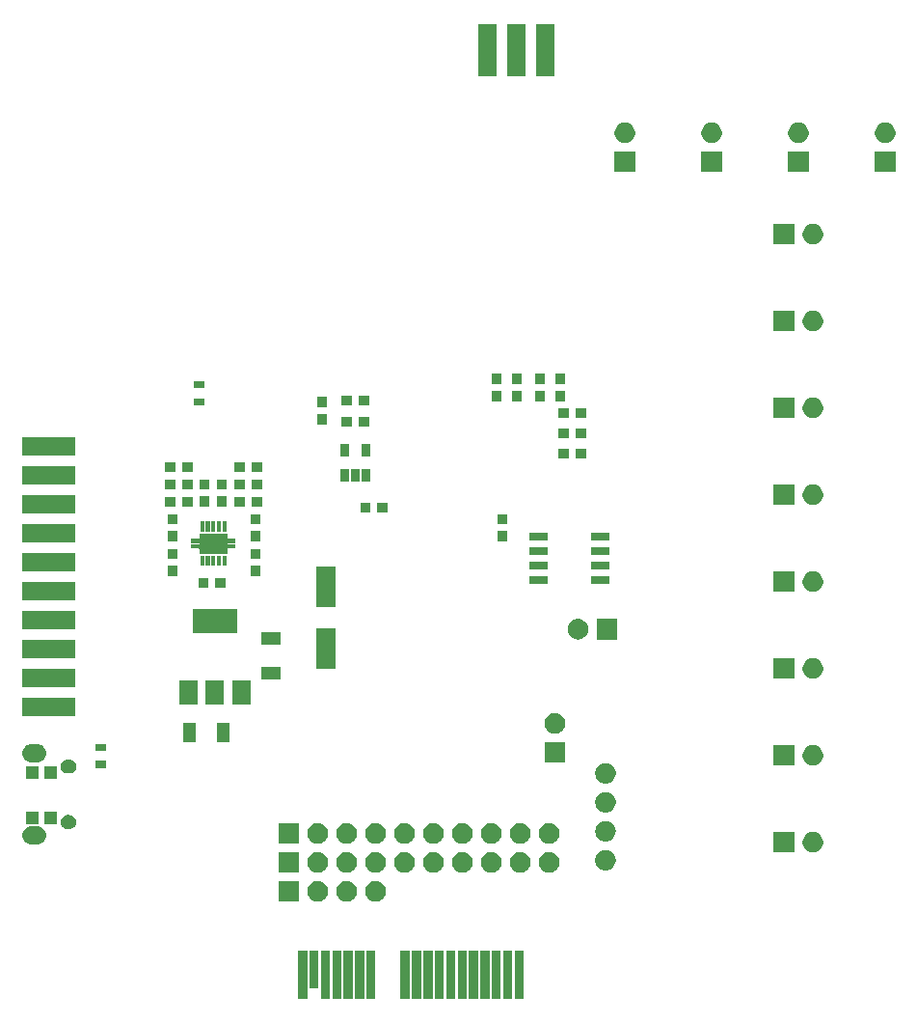
<source format=gbr>
G04 #@! TF.GenerationSoftware,KiCad,Pcbnew,(5.1.6)-1*
G04 #@! TF.CreationDate,2020-07-24T04:57:18+02:00*
G04 #@! TF.ProjectId,AnalogControlBoard_Rev1.1,416e616c-6f67-4436-9f6e-74726f6c426f,rev?*
G04 #@! TF.SameCoordinates,Original*
G04 #@! TF.FileFunction,Soldermask,Bot*
G04 #@! TF.FilePolarity,Negative*
%FSLAX46Y46*%
G04 Gerber Fmt 4.6, Leading zero omitted, Abs format (unit mm)*
G04 Created by KiCad (PCBNEW (5.1.6)-1) date 2020-07-24 04:57:18*
%MOMM*%
%LPD*%
G01*
G04 APERTURE LIST*
%ADD10C,0.050000*%
G04 APERTURE END LIST*
D10*
G36*
X149167000Y-137753500D02*
G01*
X148367000Y-137753500D01*
X148367000Y-133453500D01*
X149167000Y-133453500D01*
X149167000Y-137753500D01*
G37*
G36*
X140167000Y-137753500D02*
G01*
X139367000Y-137753500D01*
X139367000Y-133453500D01*
X140167000Y-133453500D01*
X140167000Y-137753500D01*
G37*
G36*
X131167000Y-137753500D02*
G01*
X130367000Y-137753500D01*
X130367000Y-133453500D01*
X131167000Y-133453500D01*
X131167000Y-137753500D01*
G37*
G36*
X133167000Y-137753500D02*
G01*
X132367000Y-137753500D01*
X132367000Y-133453500D01*
X133167000Y-133453500D01*
X133167000Y-137753500D01*
G37*
G36*
X134167000Y-137753500D02*
G01*
X133367000Y-137753500D01*
X133367000Y-133453500D01*
X134167000Y-133453500D01*
X134167000Y-137753500D01*
G37*
G36*
X135167000Y-137753500D02*
G01*
X134367000Y-137753500D01*
X134367000Y-133453500D01*
X135167000Y-133453500D01*
X135167000Y-137753500D01*
G37*
G36*
X136167000Y-137753500D02*
G01*
X135367000Y-137753500D01*
X135367000Y-133453500D01*
X136167000Y-133453500D01*
X136167000Y-137753500D01*
G37*
G36*
X137167000Y-137753500D02*
G01*
X136367000Y-137753500D01*
X136367000Y-133453500D01*
X137167000Y-133453500D01*
X137167000Y-137753500D01*
G37*
G36*
X150167000Y-137753500D02*
G01*
X149367000Y-137753500D01*
X149367000Y-133453500D01*
X150167000Y-133453500D01*
X150167000Y-137753500D01*
G37*
G36*
X142167000Y-137753500D02*
G01*
X141367000Y-137753500D01*
X141367000Y-133453500D01*
X142167000Y-133453500D01*
X142167000Y-137753500D01*
G37*
G36*
X141167000Y-137753500D02*
G01*
X140367000Y-137753500D01*
X140367000Y-133453500D01*
X141167000Y-133453500D01*
X141167000Y-137753500D01*
G37*
G36*
X148167000Y-137753500D02*
G01*
X147367000Y-137753500D01*
X147367000Y-133453500D01*
X148167000Y-133453500D01*
X148167000Y-137753500D01*
G37*
G36*
X147167000Y-137753500D02*
G01*
X146367000Y-137753500D01*
X146367000Y-133453500D01*
X147167000Y-133453500D01*
X147167000Y-137753500D01*
G37*
G36*
X146167000Y-137753500D02*
G01*
X145367000Y-137753500D01*
X145367000Y-133453500D01*
X146167000Y-133453500D01*
X146167000Y-137753500D01*
G37*
G36*
X144167000Y-137753500D02*
G01*
X143367000Y-137753500D01*
X143367000Y-133453500D01*
X144167000Y-133453500D01*
X144167000Y-137753500D01*
G37*
G36*
X145167000Y-137753500D02*
G01*
X144367000Y-137753500D01*
X144367000Y-133453500D01*
X145167000Y-133453500D01*
X145167000Y-137753500D01*
G37*
G36*
X143167000Y-137753500D02*
G01*
X142367000Y-137753500D01*
X142367000Y-133453500D01*
X143167000Y-133453500D01*
X143167000Y-137753500D01*
G37*
G36*
X132167000Y-136753500D02*
G01*
X131367000Y-136753500D01*
X131367000Y-133453500D01*
X132167000Y-133453500D01*
X132167000Y-136753500D01*
G37*
G36*
X132226601Y-127381529D02*
G01*
X132342520Y-127404586D01*
X132506310Y-127472430D01*
X132653717Y-127570924D01*
X132779076Y-127696283D01*
X132877570Y-127843690D01*
X132945414Y-128007480D01*
X132980000Y-128181358D01*
X132980000Y-128358642D01*
X132945414Y-128532520D01*
X132877570Y-128696310D01*
X132779076Y-128843717D01*
X132653717Y-128969076D01*
X132506310Y-129067570D01*
X132342520Y-129135414D01*
X132226601Y-129158471D01*
X132168644Y-129170000D01*
X131991356Y-129170000D01*
X131933399Y-129158471D01*
X131817480Y-129135414D01*
X131653690Y-129067570D01*
X131506283Y-128969076D01*
X131380924Y-128843717D01*
X131282430Y-128696310D01*
X131214586Y-128532520D01*
X131180000Y-128358642D01*
X131180000Y-128181358D01*
X131214586Y-128007480D01*
X131282430Y-127843690D01*
X131380924Y-127696283D01*
X131506283Y-127570924D01*
X131653690Y-127472430D01*
X131817480Y-127404586D01*
X131933399Y-127381529D01*
X131991356Y-127370000D01*
X132168644Y-127370000D01*
X132226601Y-127381529D01*
G37*
G36*
X137306601Y-127381529D02*
G01*
X137422520Y-127404586D01*
X137586310Y-127472430D01*
X137733717Y-127570924D01*
X137859076Y-127696283D01*
X137957570Y-127843690D01*
X138025414Y-128007480D01*
X138060000Y-128181358D01*
X138060000Y-128358642D01*
X138025414Y-128532520D01*
X137957570Y-128696310D01*
X137859076Y-128843717D01*
X137733717Y-128969076D01*
X137586310Y-129067570D01*
X137422520Y-129135414D01*
X137306601Y-129158471D01*
X137248644Y-129170000D01*
X137071356Y-129170000D01*
X137013399Y-129158471D01*
X136897480Y-129135414D01*
X136733690Y-129067570D01*
X136586283Y-128969076D01*
X136460924Y-128843717D01*
X136362430Y-128696310D01*
X136294586Y-128532520D01*
X136260000Y-128358642D01*
X136260000Y-128181358D01*
X136294586Y-128007480D01*
X136362430Y-127843690D01*
X136460924Y-127696283D01*
X136586283Y-127570924D01*
X136733690Y-127472430D01*
X136897480Y-127404586D01*
X137013399Y-127381529D01*
X137071356Y-127370000D01*
X137248644Y-127370000D01*
X137306601Y-127381529D01*
G37*
G36*
X130440000Y-129170000D02*
G01*
X128640000Y-129170000D01*
X128640000Y-127370000D01*
X130440000Y-127370000D01*
X130440000Y-129170000D01*
G37*
G36*
X134766601Y-127381529D02*
G01*
X134882520Y-127404586D01*
X135046310Y-127472430D01*
X135193717Y-127570924D01*
X135319076Y-127696283D01*
X135417570Y-127843690D01*
X135485414Y-128007480D01*
X135520000Y-128181358D01*
X135520000Y-128358642D01*
X135485414Y-128532520D01*
X135417570Y-128696310D01*
X135319076Y-128843717D01*
X135193717Y-128969076D01*
X135046310Y-129067570D01*
X134882520Y-129135414D01*
X134766601Y-129158471D01*
X134708644Y-129170000D01*
X134531356Y-129170000D01*
X134473399Y-129158471D01*
X134357480Y-129135414D01*
X134193690Y-129067570D01*
X134046283Y-128969076D01*
X133920924Y-128843717D01*
X133822430Y-128696310D01*
X133754586Y-128532520D01*
X133720000Y-128358642D01*
X133720000Y-128181358D01*
X133754586Y-128007480D01*
X133822430Y-127843690D01*
X133920924Y-127696283D01*
X134046283Y-127570924D01*
X134193690Y-127472430D01*
X134357480Y-127404586D01*
X134473399Y-127381529D01*
X134531356Y-127370000D01*
X134708644Y-127370000D01*
X134766601Y-127381529D01*
G37*
G36*
X142381048Y-124840424D02*
G01*
X142502520Y-124864586D01*
X142666310Y-124932430D01*
X142813717Y-125030924D01*
X142939076Y-125156283D01*
X143037570Y-125303690D01*
X143105414Y-125467480D01*
X143128471Y-125583399D01*
X143137372Y-125628142D01*
X143140000Y-125641358D01*
X143140000Y-125818642D01*
X143105414Y-125992520D01*
X143037570Y-126156310D01*
X142939076Y-126303717D01*
X142813717Y-126429076D01*
X142666310Y-126527570D01*
X142502520Y-126595414D01*
X142386601Y-126618471D01*
X142328644Y-126630000D01*
X142151356Y-126630000D01*
X142093399Y-126618471D01*
X141977480Y-126595414D01*
X141813690Y-126527570D01*
X141666283Y-126429076D01*
X141540924Y-126303717D01*
X141442430Y-126156310D01*
X141374586Y-125992520D01*
X141340000Y-125818642D01*
X141340000Y-125641358D01*
X141342629Y-125628142D01*
X141351529Y-125583399D01*
X141374586Y-125467480D01*
X141442430Y-125303690D01*
X141540924Y-125156283D01*
X141666283Y-125030924D01*
X141813690Y-124932430D01*
X141977480Y-124864586D01*
X142098952Y-124840424D01*
X142151356Y-124830000D01*
X142328644Y-124830000D01*
X142381048Y-124840424D01*
G37*
G36*
X150001048Y-124840424D02*
G01*
X150122520Y-124864586D01*
X150286310Y-124932430D01*
X150433717Y-125030924D01*
X150559076Y-125156283D01*
X150657570Y-125303690D01*
X150725414Y-125467480D01*
X150748471Y-125583399D01*
X150757372Y-125628142D01*
X150760000Y-125641358D01*
X150760000Y-125818642D01*
X150725414Y-125992520D01*
X150657570Y-126156310D01*
X150559076Y-126303717D01*
X150433717Y-126429076D01*
X150286310Y-126527570D01*
X150122520Y-126595414D01*
X150006601Y-126618471D01*
X149948644Y-126630000D01*
X149771356Y-126630000D01*
X149713399Y-126618471D01*
X149597480Y-126595414D01*
X149433690Y-126527570D01*
X149286283Y-126429076D01*
X149160924Y-126303717D01*
X149062430Y-126156310D01*
X148994586Y-125992520D01*
X148960000Y-125818642D01*
X148960000Y-125641358D01*
X148962629Y-125628142D01*
X148971529Y-125583399D01*
X148994586Y-125467480D01*
X149062430Y-125303690D01*
X149160924Y-125156283D01*
X149286283Y-125030924D01*
X149433690Y-124932430D01*
X149597480Y-124864586D01*
X149718952Y-124840424D01*
X149771356Y-124830000D01*
X149948644Y-124830000D01*
X150001048Y-124840424D01*
G37*
G36*
X147461048Y-124840424D02*
G01*
X147582520Y-124864586D01*
X147746310Y-124932430D01*
X147893717Y-125030924D01*
X148019076Y-125156283D01*
X148117570Y-125303690D01*
X148185414Y-125467480D01*
X148208471Y-125583399D01*
X148217372Y-125628142D01*
X148220000Y-125641358D01*
X148220000Y-125818642D01*
X148185414Y-125992520D01*
X148117570Y-126156310D01*
X148019076Y-126303717D01*
X147893717Y-126429076D01*
X147746310Y-126527570D01*
X147582520Y-126595414D01*
X147466601Y-126618471D01*
X147408644Y-126630000D01*
X147231356Y-126630000D01*
X147173399Y-126618471D01*
X147057480Y-126595414D01*
X146893690Y-126527570D01*
X146746283Y-126429076D01*
X146620924Y-126303717D01*
X146522430Y-126156310D01*
X146454586Y-125992520D01*
X146420000Y-125818642D01*
X146420000Y-125641358D01*
X146422629Y-125628142D01*
X146431529Y-125583399D01*
X146454586Y-125467480D01*
X146522430Y-125303690D01*
X146620924Y-125156283D01*
X146746283Y-125030924D01*
X146893690Y-124932430D01*
X147057480Y-124864586D01*
X147178952Y-124840424D01*
X147231356Y-124830000D01*
X147408644Y-124830000D01*
X147461048Y-124840424D01*
G37*
G36*
X134761048Y-124840424D02*
G01*
X134882520Y-124864586D01*
X135046310Y-124932430D01*
X135193717Y-125030924D01*
X135319076Y-125156283D01*
X135417570Y-125303690D01*
X135485414Y-125467480D01*
X135508471Y-125583399D01*
X135517372Y-125628142D01*
X135520000Y-125641358D01*
X135520000Y-125818642D01*
X135485414Y-125992520D01*
X135417570Y-126156310D01*
X135319076Y-126303717D01*
X135193717Y-126429076D01*
X135046310Y-126527570D01*
X134882520Y-126595414D01*
X134766601Y-126618471D01*
X134708644Y-126630000D01*
X134531356Y-126630000D01*
X134473399Y-126618471D01*
X134357480Y-126595414D01*
X134193690Y-126527570D01*
X134046283Y-126429076D01*
X133920924Y-126303717D01*
X133822430Y-126156310D01*
X133754586Y-125992520D01*
X133720000Y-125818642D01*
X133720000Y-125641358D01*
X133722629Y-125628142D01*
X133731529Y-125583399D01*
X133754586Y-125467480D01*
X133822430Y-125303690D01*
X133920924Y-125156283D01*
X134046283Y-125030924D01*
X134193690Y-124932430D01*
X134357480Y-124864586D01*
X134478952Y-124840424D01*
X134531356Y-124830000D01*
X134708644Y-124830000D01*
X134761048Y-124840424D01*
G37*
G36*
X132221048Y-124840424D02*
G01*
X132342520Y-124864586D01*
X132506310Y-124932430D01*
X132653717Y-125030924D01*
X132779076Y-125156283D01*
X132877570Y-125303690D01*
X132945414Y-125467480D01*
X132968471Y-125583399D01*
X132977372Y-125628142D01*
X132980000Y-125641358D01*
X132980000Y-125818642D01*
X132945414Y-125992520D01*
X132877570Y-126156310D01*
X132779076Y-126303717D01*
X132653717Y-126429076D01*
X132506310Y-126527570D01*
X132342520Y-126595414D01*
X132226601Y-126618471D01*
X132168644Y-126630000D01*
X131991356Y-126630000D01*
X131933399Y-126618471D01*
X131817480Y-126595414D01*
X131653690Y-126527570D01*
X131506283Y-126429076D01*
X131380924Y-126303717D01*
X131282430Y-126156310D01*
X131214586Y-125992520D01*
X131180000Y-125818642D01*
X131180000Y-125641358D01*
X131182629Y-125628142D01*
X131191529Y-125583399D01*
X131214586Y-125467480D01*
X131282430Y-125303690D01*
X131380924Y-125156283D01*
X131506283Y-125030924D01*
X131653690Y-124932430D01*
X131817480Y-124864586D01*
X131938952Y-124840424D01*
X131991356Y-124830000D01*
X132168644Y-124830000D01*
X132221048Y-124840424D01*
G37*
G36*
X137301048Y-124840424D02*
G01*
X137422520Y-124864586D01*
X137586310Y-124932430D01*
X137733717Y-125030924D01*
X137859076Y-125156283D01*
X137957570Y-125303690D01*
X138025414Y-125467480D01*
X138048471Y-125583399D01*
X138057372Y-125628142D01*
X138060000Y-125641358D01*
X138060000Y-125818642D01*
X138025414Y-125992520D01*
X137957570Y-126156310D01*
X137859076Y-126303717D01*
X137733717Y-126429076D01*
X137586310Y-126527570D01*
X137422520Y-126595414D01*
X137306601Y-126618471D01*
X137248644Y-126630000D01*
X137071356Y-126630000D01*
X137013399Y-126618471D01*
X136897480Y-126595414D01*
X136733690Y-126527570D01*
X136586283Y-126429076D01*
X136460924Y-126303717D01*
X136362430Y-126156310D01*
X136294586Y-125992520D01*
X136260000Y-125818642D01*
X136260000Y-125641358D01*
X136262629Y-125628142D01*
X136271529Y-125583399D01*
X136294586Y-125467480D01*
X136362430Y-125303690D01*
X136460924Y-125156283D01*
X136586283Y-125030924D01*
X136733690Y-124932430D01*
X136897480Y-124864586D01*
X137018952Y-124840424D01*
X137071356Y-124830000D01*
X137248644Y-124830000D01*
X137301048Y-124840424D01*
G37*
G36*
X130440000Y-126630000D02*
G01*
X128640000Y-126630000D01*
X128640000Y-124830000D01*
X130440000Y-124830000D01*
X130440000Y-126630000D01*
G37*
G36*
X139841048Y-124840424D02*
G01*
X139962520Y-124864586D01*
X140126310Y-124932430D01*
X140273717Y-125030924D01*
X140399076Y-125156283D01*
X140497570Y-125303690D01*
X140565414Y-125467480D01*
X140588471Y-125583399D01*
X140597372Y-125628142D01*
X140600000Y-125641358D01*
X140600000Y-125818642D01*
X140565414Y-125992520D01*
X140497570Y-126156310D01*
X140399076Y-126303717D01*
X140273717Y-126429076D01*
X140126310Y-126527570D01*
X139962520Y-126595414D01*
X139846601Y-126618471D01*
X139788644Y-126630000D01*
X139611356Y-126630000D01*
X139553399Y-126618471D01*
X139437480Y-126595414D01*
X139273690Y-126527570D01*
X139126283Y-126429076D01*
X139000924Y-126303717D01*
X138902430Y-126156310D01*
X138834586Y-125992520D01*
X138800000Y-125818642D01*
X138800000Y-125641358D01*
X138802629Y-125628142D01*
X138811529Y-125583399D01*
X138834586Y-125467480D01*
X138902430Y-125303690D01*
X139000924Y-125156283D01*
X139126283Y-125030924D01*
X139273690Y-124932430D01*
X139437480Y-124864586D01*
X139558952Y-124840424D01*
X139611356Y-124830000D01*
X139788644Y-124830000D01*
X139841048Y-124840424D01*
G37*
G36*
X144921048Y-124840424D02*
G01*
X145042520Y-124864586D01*
X145206310Y-124932430D01*
X145353717Y-125030924D01*
X145479076Y-125156283D01*
X145577570Y-125303690D01*
X145645414Y-125467480D01*
X145668471Y-125583399D01*
X145677372Y-125628142D01*
X145680000Y-125641358D01*
X145680000Y-125818642D01*
X145645414Y-125992520D01*
X145577570Y-126156310D01*
X145479076Y-126303717D01*
X145353717Y-126429076D01*
X145206310Y-126527570D01*
X145042520Y-126595414D01*
X144926601Y-126618471D01*
X144868644Y-126630000D01*
X144691356Y-126630000D01*
X144633399Y-126618471D01*
X144517480Y-126595414D01*
X144353690Y-126527570D01*
X144206283Y-126429076D01*
X144080924Y-126303717D01*
X143982430Y-126156310D01*
X143914586Y-125992520D01*
X143880000Y-125818642D01*
X143880000Y-125641358D01*
X143882629Y-125628142D01*
X143891529Y-125583399D01*
X143914586Y-125467480D01*
X143982430Y-125303690D01*
X144080924Y-125156283D01*
X144206283Y-125030924D01*
X144353690Y-124932430D01*
X144517480Y-124864586D01*
X144638952Y-124840424D01*
X144691356Y-124830000D01*
X144868644Y-124830000D01*
X144921048Y-124840424D01*
G37*
G36*
X152541048Y-124840424D02*
G01*
X152662520Y-124864586D01*
X152826310Y-124932430D01*
X152973717Y-125030924D01*
X153099076Y-125156283D01*
X153197570Y-125303690D01*
X153265414Y-125467480D01*
X153288471Y-125583399D01*
X153297372Y-125628142D01*
X153300000Y-125641358D01*
X153300000Y-125818642D01*
X153265414Y-125992520D01*
X153197570Y-126156310D01*
X153099076Y-126303717D01*
X152973717Y-126429076D01*
X152826310Y-126527570D01*
X152662520Y-126595414D01*
X152546601Y-126618471D01*
X152488644Y-126630000D01*
X152311356Y-126630000D01*
X152253399Y-126618471D01*
X152137480Y-126595414D01*
X151973690Y-126527570D01*
X151826283Y-126429076D01*
X151700924Y-126303717D01*
X151602430Y-126156310D01*
X151534586Y-125992520D01*
X151500000Y-125818642D01*
X151500000Y-125641358D01*
X151502629Y-125628142D01*
X151511529Y-125583399D01*
X151534586Y-125467480D01*
X151602430Y-125303690D01*
X151700924Y-125156283D01*
X151826283Y-125030924D01*
X151973690Y-124932430D01*
X152137480Y-124864586D01*
X152258952Y-124840424D01*
X152311356Y-124830000D01*
X152488644Y-124830000D01*
X152541048Y-124840424D01*
G37*
G36*
X157499601Y-124651029D02*
G01*
X157615520Y-124674086D01*
X157779310Y-124741930D01*
X157926717Y-124840424D01*
X158052076Y-124965783D01*
X158150570Y-125113190D01*
X158218414Y-125276980D01*
X158241471Y-125392899D01*
X158253000Y-125450856D01*
X158253000Y-125628144D01*
X158241471Y-125686101D01*
X158218414Y-125802020D01*
X158150570Y-125965810D01*
X158052076Y-126113217D01*
X157926717Y-126238576D01*
X157779310Y-126337070D01*
X157615520Y-126404914D01*
X157499601Y-126427971D01*
X157441644Y-126439500D01*
X157264356Y-126439500D01*
X157206399Y-126427971D01*
X157090480Y-126404914D01*
X156926690Y-126337070D01*
X156779283Y-126238576D01*
X156653924Y-126113217D01*
X156555430Y-125965810D01*
X156487586Y-125802020D01*
X156464529Y-125686101D01*
X156453000Y-125628144D01*
X156453000Y-125450856D01*
X156464529Y-125392899D01*
X156487586Y-125276980D01*
X156555430Y-125113190D01*
X156653924Y-124965783D01*
X156779283Y-124840424D01*
X156926690Y-124741930D01*
X157090480Y-124674086D01*
X157206399Y-124651029D01*
X157264356Y-124639500D01*
X157441644Y-124639500D01*
X157499601Y-124651029D01*
G37*
G36*
X175711401Y-123088929D02*
G01*
X175827320Y-123111986D01*
X175991110Y-123179830D01*
X176138517Y-123278324D01*
X176263876Y-123403683D01*
X176362370Y-123551090D01*
X176430214Y-123714880D01*
X176464800Y-123888758D01*
X176464800Y-124066042D01*
X176430214Y-124239920D01*
X176362370Y-124403710D01*
X176263876Y-124551117D01*
X176138517Y-124676476D01*
X175991110Y-124774970D01*
X175827320Y-124842814D01*
X175717863Y-124864586D01*
X175653444Y-124877400D01*
X175476156Y-124877400D01*
X175411737Y-124864586D01*
X175302280Y-124842814D01*
X175138490Y-124774970D01*
X174991083Y-124676476D01*
X174865724Y-124551117D01*
X174767230Y-124403710D01*
X174699386Y-124239920D01*
X174664800Y-124066042D01*
X174664800Y-123888758D01*
X174699386Y-123714880D01*
X174767230Y-123551090D01*
X174865724Y-123403683D01*
X174991083Y-123278324D01*
X175138490Y-123179830D01*
X175302280Y-123111986D01*
X175418199Y-123088929D01*
X175476156Y-123077400D01*
X175653444Y-123077400D01*
X175711401Y-123088929D01*
G37*
G36*
X173924800Y-124877400D02*
G01*
X172124800Y-124877400D01*
X172124800Y-123077400D01*
X173924800Y-123077400D01*
X173924800Y-124877400D01*
G37*
G36*
X107594824Y-122572575D02*
G01*
X107745631Y-122618321D01*
X107884603Y-122692604D01*
X108006422Y-122792578D01*
X108106396Y-122914397D01*
X108180679Y-123053369D01*
X108226425Y-123204176D01*
X108241871Y-123361000D01*
X108226425Y-123517824D01*
X108180679Y-123668631D01*
X108106396Y-123807603D01*
X108006422Y-123929422D01*
X107884603Y-124029396D01*
X107745631Y-124103679D01*
X107594824Y-124149425D01*
X107477303Y-124161000D01*
X106898697Y-124161000D01*
X106781176Y-124149425D01*
X106630369Y-124103679D01*
X106491397Y-124029396D01*
X106369578Y-123929422D01*
X106269604Y-123807603D01*
X106195321Y-123668631D01*
X106149575Y-123517824D01*
X106134129Y-123361000D01*
X106149575Y-123204176D01*
X106195321Y-123053369D01*
X106269604Y-122914397D01*
X106369578Y-122792578D01*
X106491397Y-122692604D01*
X106630369Y-122618321D01*
X106781176Y-122572575D01*
X106898697Y-122561000D01*
X107477303Y-122561000D01*
X107594824Y-122572575D01*
G37*
G36*
X142381048Y-122300424D02*
G01*
X142502520Y-122324586D01*
X142666310Y-122392430D01*
X142813717Y-122490924D01*
X142939076Y-122616283D01*
X143037570Y-122763690D01*
X143105414Y-122927480D01*
X143128471Y-123043399D01*
X143137372Y-123088142D01*
X143140000Y-123101358D01*
X143140000Y-123278642D01*
X143105414Y-123452520D01*
X143037570Y-123616310D01*
X142939076Y-123763717D01*
X142813717Y-123889076D01*
X142666310Y-123987570D01*
X142502520Y-124055414D01*
X142386601Y-124078471D01*
X142328644Y-124090000D01*
X142151356Y-124090000D01*
X142093399Y-124078471D01*
X141977480Y-124055414D01*
X141813690Y-123987570D01*
X141666283Y-123889076D01*
X141540924Y-123763717D01*
X141442430Y-123616310D01*
X141374586Y-123452520D01*
X141340000Y-123278642D01*
X141340000Y-123101358D01*
X141342629Y-123088142D01*
X141351529Y-123043399D01*
X141374586Y-122927480D01*
X141442430Y-122763690D01*
X141540924Y-122616283D01*
X141666283Y-122490924D01*
X141813690Y-122392430D01*
X141977480Y-122324586D01*
X142098952Y-122300424D01*
X142151356Y-122290000D01*
X142328644Y-122290000D01*
X142381048Y-122300424D01*
G37*
G36*
X150001048Y-122300424D02*
G01*
X150122520Y-122324586D01*
X150286310Y-122392430D01*
X150433717Y-122490924D01*
X150559076Y-122616283D01*
X150657570Y-122763690D01*
X150725414Y-122927480D01*
X150748471Y-123043399D01*
X150757372Y-123088142D01*
X150760000Y-123101358D01*
X150760000Y-123278642D01*
X150725414Y-123452520D01*
X150657570Y-123616310D01*
X150559076Y-123763717D01*
X150433717Y-123889076D01*
X150286310Y-123987570D01*
X150122520Y-124055414D01*
X150006601Y-124078471D01*
X149948644Y-124090000D01*
X149771356Y-124090000D01*
X149713399Y-124078471D01*
X149597480Y-124055414D01*
X149433690Y-123987570D01*
X149286283Y-123889076D01*
X149160924Y-123763717D01*
X149062430Y-123616310D01*
X148994586Y-123452520D01*
X148960000Y-123278642D01*
X148960000Y-123101358D01*
X148962629Y-123088142D01*
X148971529Y-123043399D01*
X148994586Y-122927480D01*
X149062430Y-122763690D01*
X149160924Y-122616283D01*
X149286283Y-122490924D01*
X149433690Y-122392430D01*
X149597480Y-122324586D01*
X149718952Y-122300424D01*
X149771356Y-122290000D01*
X149948644Y-122290000D01*
X150001048Y-122300424D01*
G37*
G36*
X147461048Y-122300424D02*
G01*
X147582520Y-122324586D01*
X147746310Y-122392430D01*
X147893717Y-122490924D01*
X148019076Y-122616283D01*
X148117570Y-122763690D01*
X148185414Y-122927480D01*
X148208471Y-123043399D01*
X148217372Y-123088142D01*
X148220000Y-123101358D01*
X148220000Y-123278642D01*
X148185414Y-123452520D01*
X148117570Y-123616310D01*
X148019076Y-123763717D01*
X147893717Y-123889076D01*
X147746310Y-123987570D01*
X147582520Y-124055414D01*
X147466601Y-124078471D01*
X147408644Y-124090000D01*
X147231356Y-124090000D01*
X147173399Y-124078471D01*
X147057480Y-124055414D01*
X146893690Y-123987570D01*
X146746283Y-123889076D01*
X146620924Y-123763717D01*
X146522430Y-123616310D01*
X146454586Y-123452520D01*
X146420000Y-123278642D01*
X146420000Y-123101358D01*
X146422629Y-123088142D01*
X146431529Y-123043399D01*
X146454586Y-122927480D01*
X146522430Y-122763690D01*
X146620924Y-122616283D01*
X146746283Y-122490924D01*
X146893690Y-122392430D01*
X147057480Y-122324586D01*
X147178952Y-122300424D01*
X147231356Y-122290000D01*
X147408644Y-122290000D01*
X147461048Y-122300424D01*
G37*
G36*
X144921048Y-122300424D02*
G01*
X145042520Y-122324586D01*
X145206310Y-122392430D01*
X145353717Y-122490924D01*
X145479076Y-122616283D01*
X145577570Y-122763690D01*
X145645414Y-122927480D01*
X145668471Y-123043399D01*
X145677372Y-123088142D01*
X145680000Y-123101358D01*
X145680000Y-123278642D01*
X145645414Y-123452520D01*
X145577570Y-123616310D01*
X145479076Y-123763717D01*
X145353717Y-123889076D01*
X145206310Y-123987570D01*
X145042520Y-124055414D01*
X144926601Y-124078471D01*
X144868644Y-124090000D01*
X144691356Y-124090000D01*
X144633399Y-124078471D01*
X144517480Y-124055414D01*
X144353690Y-123987570D01*
X144206283Y-123889076D01*
X144080924Y-123763717D01*
X143982430Y-123616310D01*
X143914586Y-123452520D01*
X143880000Y-123278642D01*
X143880000Y-123101358D01*
X143882629Y-123088142D01*
X143891529Y-123043399D01*
X143914586Y-122927480D01*
X143982430Y-122763690D01*
X144080924Y-122616283D01*
X144206283Y-122490924D01*
X144353690Y-122392430D01*
X144517480Y-122324586D01*
X144638952Y-122300424D01*
X144691356Y-122290000D01*
X144868644Y-122290000D01*
X144921048Y-122300424D01*
G37*
G36*
X139841048Y-122300424D02*
G01*
X139962520Y-122324586D01*
X140126310Y-122392430D01*
X140273717Y-122490924D01*
X140399076Y-122616283D01*
X140497570Y-122763690D01*
X140565414Y-122927480D01*
X140588471Y-123043399D01*
X140597372Y-123088142D01*
X140600000Y-123101358D01*
X140600000Y-123278642D01*
X140565414Y-123452520D01*
X140497570Y-123616310D01*
X140399076Y-123763717D01*
X140273717Y-123889076D01*
X140126310Y-123987570D01*
X139962520Y-124055414D01*
X139846601Y-124078471D01*
X139788644Y-124090000D01*
X139611356Y-124090000D01*
X139553399Y-124078471D01*
X139437480Y-124055414D01*
X139273690Y-123987570D01*
X139126283Y-123889076D01*
X139000924Y-123763717D01*
X138902430Y-123616310D01*
X138834586Y-123452520D01*
X138800000Y-123278642D01*
X138800000Y-123101358D01*
X138802629Y-123088142D01*
X138811529Y-123043399D01*
X138834586Y-122927480D01*
X138902430Y-122763690D01*
X139000924Y-122616283D01*
X139126283Y-122490924D01*
X139273690Y-122392430D01*
X139437480Y-122324586D01*
X139558952Y-122300424D01*
X139611356Y-122290000D01*
X139788644Y-122290000D01*
X139841048Y-122300424D01*
G37*
G36*
X137301048Y-122300424D02*
G01*
X137422520Y-122324586D01*
X137586310Y-122392430D01*
X137733717Y-122490924D01*
X137859076Y-122616283D01*
X137957570Y-122763690D01*
X138025414Y-122927480D01*
X138048471Y-123043399D01*
X138057372Y-123088142D01*
X138060000Y-123101358D01*
X138060000Y-123278642D01*
X138025414Y-123452520D01*
X137957570Y-123616310D01*
X137859076Y-123763717D01*
X137733717Y-123889076D01*
X137586310Y-123987570D01*
X137422520Y-124055414D01*
X137306601Y-124078471D01*
X137248644Y-124090000D01*
X137071356Y-124090000D01*
X137013399Y-124078471D01*
X136897480Y-124055414D01*
X136733690Y-123987570D01*
X136586283Y-123889076D01*
X136460924Y-123763717D01*
X136362430Y-123616310D01*
X136294586Y-123452520D01*
X136260000Y-123278642D01*
X136260000Y-123101358D01*
X136262629Y-123088142D01*
X136271529Y-123043399D01*
X136294586Y-122927480D01*
X136362430Y-122763690D01*
X136460924Y-122616283D01*
X136586283Y-122490924D01*
X136733690Y-122392430D01*
X136897480Y-122324586D01*
X137018952Y-122300424D01*
X137071356Y-122290000D01*
X137248644Y-122290000D01*
X137301048Y-122300424D01*
G37*
G36*
X152541048Y-122300424D02*
G01*
X152662520Y-122324586D01*
X152826310Y-122392430D01*
X152973717Y-122490924D01*
X153099076Y-122616283D01*
X153197570Y-122763690D01*
X153265414Y-122927480D01*
X153288471Y-123043399D01*
X153297372Y-123088142D01*
X153300000Y-123101358D01*
X153300000Y-123278642D01*
X153265414Y-123452520D01*
X153197570Y-123616310D01*
X153099076Y-123763717D01*
X152973717Y-123889076D01*
X152826310Y-123987570D01*
X152662520Y-124055414D01*
X152546601Y-124078471D01*
X152488644Y-124090000D01*
X152311356Y-124090000D01*
X152253399Y-124078471D01*
X152137480Y-124055414D01*
X151973690Y-123987570D01*
X151826283Y-123889076D01*
X151700924Y-123763717D01*
X151602430Y-123616310D01*
X151534586Y-123452520D01*
X151500000Y-123278642D01*
X151500000Y-123101358D01*
X151502629Y-123088142D01*
X151511529Y-123043399D01*
X151534586Y-122927480D01*
X151602430Y-122763690D01*
X151700924Y-122616283D01*
X151826283Y-122490924D01*
X151973690Y-122392430D01*
X152137480Y-122324586D01*
X152258952Y-122300424D01*
X152311356Y-122290000D01*
X152488644Y-122290000D01*
X152541048Y-122300424D01*
G37*
G36*
X130440000Y-124090000D02*
G01*
X128640000Y-124090000D01*
X128640000Y-122290000D01*
X130440000Y-122290000D01*
X130440000Y-124090000D01*
G37*
G36*
X132221048Y-122300424D02*
G01*
X132342520Y-122324586D01*
X132506310Y-122392430D01*
X132653717Y-122490924D01*
X132779076Y-122616283D01*
X132877570Y-122763690D01*
X132945414Y-122927480D01*
X132968471Y-123043399D01*
X132977372Y-123088142D01*
X132980000Y-123101358D01*
X132980000Y-123278642D01*
X132945414Y-123452520D01*
X132877570Y-123616310D01*
X132779076Y-123763717D01*
X132653717Y-123889076D01*
X132506310Y-123987570D01*
X132342520Y-124055414D01*
X132226601Y-124078471D01*
X132168644Y-124090000D01*
X131991356Y-124090000D01*
X131933399Y-124078471D01*
X131817480Y-124055414D01*
X131653690Y-123987570D01*
X131506283Y-123889076D01*
X131380924Y-123763717D01*
X131282430Y-123616310D01*
X131214586Y-123452520D01*
X131180000Y-123278642D01*
X131180000Y-123101358D01*
X131182629Y-123088142D01*
X131191529Y-123043399D01*
X131214586Y-122927480D01*
X131282430Y-122763690D01*
X131380924Y-122616283D01*
X131506283Y-122490924D01*
X131653690Y-122392430D01*
X131817480Y-122324586D01*
X131938952Y-122300424D01*
X131991356Y-122290000D01*
X132168644Y-122290000D01*
X132221048Y-122300424D01*
G37*
G36*
X134761048Y-122300424D02*
G01*
X134882520Y-122324586D01*
X135046310Y-122392430D01*
X135193717Y-122490924D01*
X135319076Y-122616283D01*
X135417570Y-122763690D01*
X135485414Y-122927480D01*
X135508471Y-123043399D01*
X135517372Y-123088142D01*
X135520000Y-123101358D01*
X135520000Y-123278642D01*
X135485414Y-123452520D01*
X135417570Y-123616310D01*
X135319076Y-123763717D01*
X135193717Y-123889076D01*
X135046310Y-123987570D01*
X134882520Y-124055414D01*
X134766601Y-124078471D01*
X134708644Y-124090000D01*
X134531356Y-124090000D01*
X134473399Y-124078471D01*
X134357480Y-124055414D01*
X134193690Y-123987570D01*
X134046283Y-123889076D01*
X133920924Y-123763717D01*
X133822430Y-123616310D01*
X133754586Y-123452520D01*
X133720000Y-123278642D01*
X133720000Y-123101358D01*
X133722629Y-123088142D01*
X133731529Y-123043399D01*
X133754586Y-122927480D01*
X133822430Y-122763690D01*
X133920924Y-122616283D01*
X134046283Y-122490924D01*
X134193690Y-122392430D01*
X134357480Y-122324586D01*
X134478952Y-122300424D01*
X134531356Y-122290000D01*
X134708644Y-122290000D01*
X134761048Y-122300424D01*
G37*
G36*
X157499601Y-122111029D02*
G01*
X157615520Y-122134086D01*
X157779310Y-122201930D01*
X157926717Y-122300424D01*
X158052076Y-122425783D01*
X158150570Y-122573190D01*
X158218414Y-122736980D01*
X158229473Y-122792578D01*
X158253000Y-122910856D01*
X158253000Y-123088144D01*
X158248257Y-123111986D01*
X158218414Y-123262020D01*
X158150570Y-123425810D01*
X158052076Y-123573217D01*
X157926717Y-123698576D01*
X157779310Y-123797070D01*
X157615520Y-123864914D01*
X157499601Y-123887971D01*
X157441644Y-123899500D01*
X157264356Y-123899500D01*
X157206399Y-123887971D01*
X157090480Y-123864914D01*
X156926690Y-123797070D01*
X156779283Y-123698576D01*
X156653924Y-123573217D01*
X156555430Y-123425810D01*
X156487586Y-123262020D01*
X156457743Y-123111986D01*
X156453000Y-123088144D01*
X156453000Y-122910856D01*
X156476527Y-122792578D01*
X156487586Y-122736980D01*
X156555430Y-122573190D01*
X156653924Y-122425783D01*
X156779283Y-122300424D01*
X156926690Y-122201930D01*
X157090480Y-122134086D01*
X157206399Y-122111029D01*
X157264356Y-122099500D01*
X157441644Y-122099500D01*
X157499601Y-122111029D01*
G37*
G36*
X110405617Y-121594681D02*
G01*
X110405620Y-121594682D01*
X110405621Y-121594682D01*
X110518721Y-121628990D01*
X110518724Y-121628991D01*
X110622955Y-121684704D01*
X110714317Y-121759683D01*
X110789296Y-121851045D01*
X110845009Y-121955276D01*
X110879319Y-122068383D01*
X110890903Y-122186000D01*
X110879319Y-122303617D01*
X110845009Y-122416724D01*
X110789296Y-122520955D01*
X110714317Y-122612317D01*
X110622955Y-122687296D01*
X110518724Y-122743009D01*
X110518721Y-122743010D01*
X110405621Y-122777318D01*
X110405620Y-122777318D01*
X110405617Y-122777319D01*
X110317477Y-122786000D01*
X110058523Y-122786000D01*
X109970383Y-122777319D01*
X109970380Y-122777318D01*
X109970379Y-122777318D01*
X109857279Y-122743010D01*
X109857276Y-122743009D01*
X109753045Y-122687296D01*
X109661683Y-122612317D01*
X109586704Y-122520955D01*
X109530991Y-122416724D01*
X109496681Y-122303617D01*
X109485097Y-122186000D01*
X109496681Y-122068383D01*
X109530991Y-121955276D01*
X109586704Y-121851045D01*
X109661683Y-121759683D01*
X109753045Y-121684704D01*
X109857276Y-121628991D01*
X109857279Y-121628990D01*
X109970379Y-121594682D01*
X109970380Y-121594682D01*
X109970383Y-121594681D01*
X110058523Y-121586000D01*
X110317477Y-121586000D01*
X110405617Y-121594681D01*
G37*
G36*
X109173000Y-122374500D02*
G01*
X108073000Y-122374500D01*
X108073000Y-121274500D01*
X109173000Y-121274500D01*
X109173000Y-122374500D01*
G37*
G36*
X107573000Y-122374500D02*
G01*
X106473000Y-122374500D01*
X106473000Y-121274500D01*
X107573000Y-121274500D01*
X107573000Y-122374500D01*
G37*
G36*
X157499601Y-119571029D02*
G01*
X157615520Y-119594086D01*
X157779310Y-119661930D01*
X157926717Y-119760424D01*
X158052076Y-119885783D01*
X158150570Y-120033190D01*
X158218414Y-120196980D01*
X158253000Y-120370858D01*
X158253000Y-120548142D01*
X158218414Y-120722020D01*
X158150570Y-120885810D01*
X158052076Y-121033217D01*
X157926717Y-121158576D01*
X157779310Y-121257070D01*
X157615520Y-121324914D01*
X157499601Y-121347971D01*
X157441644Y-121359500D01*
X157264356Y-121359500D01*
X157206399Y-121347971D01*
X157090480Y-121324914D01*
X156926690Y-121257070D01*
X156779283Y-121158576D01*
X156653924Y-121033217D01*
X156555430Y-120885810D01*
X156487586Y-120722020D01*
X156453000Y-120548142D01*
X156453000Y-120370858D01*
X156487586Y-120196980D01*
X156555430Y-120033190D01*
X156653924Y-119885783D01*
X156779283Y-119760424D01*
X156926690Y-119661930D01*
X157090480Y-119594086D01*
X157206399Y-119571029D01*
X157264356Y-119559500D01*
X157441644Y-119559500D01*
X157499601Y-119571029D01*
G37*
G36*
X157499601Y-117031029D02*
G01*
X157615520Y-117054086D01*
X157779310Y-117121930D01*
X157926717Y-117220424D01*
X158052076Y-117345783D01*
X158150570Y-117493190D01*
X158218414Y-117656980D01*
X158253000Y-117830858D01*
X158253000Y-118008142D01*
X158218414Y-118182020D01*
X158150570Y-118345810D01*
X158052076Y-118493217D01*
X157926717Y-118618576D01*
X157779310Y-118717070D01*
X157615520Y-118784914D01*
X157499601Y-118807971D01*
X157441644Y-118819500D01*
X157264356Y-118819500D01*
X157206399Y-118807971D01*
X157090480Y-118784914D01*
X156926690Y-118717070D01*
X156779283Y-118618576D01*
X156653924Y-118493217D01*
X156555430Y-118345810D01*
X156487586Y-118182020D01*
X156453000Y-118008142D01*
X156453000Y-117830858D01*
X156487586Y-117656980D01*
X156555430Y-117493190D01*
X156653924Y-117345783D01*
X156779283Y-117220424D01*
X156926690Y-117121930D01*
X157090480Y-117054086D01*
X157206399Y-117031029D01*
X157264356Y-117019500D01*
X157441644Y-117019500D01*
X157499601Y-117031029D01*
G37*
G36*
X107573000Y-118374500D02*
G01*
X106473000Y-118374500D01*
X106473000Y-117274500D01*
X107573000Y-117274500D01*
X107573000Y-118374500D01*
G37*
G36*
X109173000Y-118374500D02*
G01*
X108073000Y-118374500D01*
X108073000Y-117274500D01*
X109173000Y-117274500D01*
X109173000Y-118374500D01*
G37*
G36*
X110405617Y-116744681D02*
G01*
X110405620Y-116744682D01*
X110405621Y-116744682D01*
X110518721Y-116778990D01*
X110518724Y-116778991D01*
X110622955Y-116834704D01*
X110714317Y-116909683D01*
X110789296Y-117001045D01*
X110845009Y-117105276D01*
X110879319Y-117218383D01*
X110890903Y-117336000D01*
X110879319Y-117453617D01*
X110845009Y-117566724D01*
X110789296Y-117670955D01*
X110714317Y-117762317D01*
X110622955Y-117837296D01*
X110518724Y-117893009D01*
X110518721Y-117893010D01*
X110405621Y-117927318D01*
X110405620Y-117927318D01*
X110405617Y-117927319D01*
X110317477Y-117936000D01*
X110058523Y-117936000D01*
X109970383Y-117927319D01*
X109970380Y-117927318D01*
X109970379Y-117927318D01*
X109857279Y-117893010D01*
X109857276Y-117893009D01*
X109753045Y-117837296D01*
X109661683Y-117762317D01*
X109586704Y-117670955D01*
X109530991Y-117566724D01*
X109496681Y-117453617D01*
X109485097Y-117336000D01*
X109496681Y-117218383D01*
X109530991Y-117105276D01*
X109586704Y-117001045D01*
X109661683Y-116909683D01*
X109753045Y-116834704D01*
X109857276Y-116778991D01*
X109857279Y-116778990D01*
X109970379Y-116744682D01*
X109970380Y-116744682D01*
X109970383Y-116744681D01*
X110058523Y-116736000D01*
X110317477Y-116736000D01*
X110405617Y-116744681D01*
G37*
G36*
X113530000Y-117445500D02*
G01*
X112530000Y-117445500D01*
X112530000Y-116845500D01*
X113530000Y-116845500D01*
X113530000Y-117445500D01*
G37*
G36*
X173924800Y-117257400D02*
G01*
X172124800Y-117257400D01*
X172124800Y-115457400D01*
X173924800Y-115457400D01*
X173924800Y-117257400D01*
G37*
G36*
X175711401Y-115468929D02*
G01*
X175827320Y-115491986D01*
X175991110Y-115559830D01*
X176138517Y-115658324D01*
X176263876Y-115783683D01*
X176362370Y-115931090D01*
X176430214Y-116094880D01*
X176443366Y-116161000D01*
X176464800Y-116268756D01*
X176464800Y-116446044D01*
X176460307Y-116468631D01*
X176430214Y-116619920D01*
X176362370Y-116783710D01*
X176263876Y-116931117D01*
X176138517Y-117056476D01*
X175991110Y-117154970D01*
X175827320Y-117222814D01*
X175711401Y-117245871D01*
X175653444Y-117257400D01*
X175476156Y-117257400D01*
X175418199Y-117245871D01*
X175302280Y-117222814D01*
X175138490Y-117154970D01*
X174991083Y-117056476D01*
X174865724Y-116931117D01*
X174767230Y-116783710D01*
X174699386Y-116619920D01*
X174669293Y-116468631D01*
X174664800Y-116446044D01*
X174664800Y-116268756D01*
X174686234Y-116161000D01*
X174699386Y-116094880D01*
X174767230Y-115931090D01*
X174865724Y-115783683D01*
X174991083Y-115658324D01*
X175138490Y-115559830D01*
X175302280Y-115491986D01*
X175418199Y-115468929D01*
X175476156Y-115457400D01*
X175653444Y-115457400D01*
X175711401Y-115468929D01*
G37*
G36*
X153808000Y-116978000D02*
G01*
X152008000Y-116978000D01*
X152008000Y-115178000D01*
X153808000Y-115178000D01*
X153808000Y-116978000D01*
G37*
G36*
X107594824Y-115372575D02*
G01*
X107745631Y-115418321D01*
X107884603Y-115492604D01*
X108006422Y-115592578D01*
X108106396Y-115714397D01*
X108180679Y-115853369D01*
X108226425Y-116004176D01*
X108241871Y-116161000D01*
X108226425Y-116317824D01*
X108180679Y-116468631D01*
X108106396Y-116607603D01*
X108006422Y-116729422D01*
X107884603Y-116829396D01*
X107745631Y-116903679D01*
X107594824Y-116949425D01*
X107477303Y-116961000D01*
X106898697Y-116961000D01*
X106781176Y-116949425D01*
X106630369Y-116903679D01*
X106491397Y-116829396D01*
X106369578Y-116729422D01*
X106269604Y-116607603D01*
X106195321Y-116468631D01*
X106149575Y-116317824D01*
X106134129Y-116161000D01*
X106149575Y-116004176D01*
X106195321Y-115853369D01*
X106269604Y-115714397D01*
X106369578Y-115592578D01*
X106491397Y-115492604D01*
X106630369Y-115418321D01*
X106781176Y-115372575D01*
X106898697Y-115361000D01*
X107477303Y-115361000D01*
X107594824Y-115372575D01*
G37*
G36*
X113530000Y-115945500D02*
G01*
X112530000Y-115945500D01*
X112530000Y-115345500D01*
X113530000Y-115345500D01*
X113530000Y-115945500D01*
G37*
G36*
X121351000Y-115213500D02*
G01*
X120251000Y-115213500D01*
X120251000Y-113513500D01*
X121351000Y-113513500D01*
X121351000Y-115213500D01*
G37*
G36*
X124351000Y-115213500D02*
G01*
X123251000Y-115213500D01*
X123251000Y-113513500D01*
X124351000Y-113513500D01*
X124351000Y-115213500D01*
G37*
G36*
X153054601Y-112649529D02*
G01*
X153170520Y-112672586D01*
X153334310Y-112740430D01*
X153481717Y-112838924D01*
X153607076Y-112964283D01*
X153705570Y-113111690D01*
X153773414Y-113275480D01*
X153808000Y-113449358D01*
X153808000Y-113626642D01*
X153773414Y-113800520D01*
X153705570Y-113964310D01*
X153607076Y-114111717D01*
X153481717Y-114237076D01*
X153334310Y-114335570D01*
X153170520Y-114403414D01*
X153054601Y-114426471D01*
X152996644Y-114438000D01*
X152819356Y-114438000D01*
X152761399Y-114426471D01*
X152645480Y-114403414D01*
X152481690Y-114335570D01*
X152334283Y-114237076D01*
X152208924Y-114111717D01*
X152110430Y-113964310D01*
X152042586Y-113800520D01*
X152008000Y-113626642D01*
X152008000Y-113449358D01*
X152042586Y-113275480D01*
X152110430Y-113111690D01*
X152208924Y-112964283D01*
X152334283Y-112838924D01*
X152481690Y-112740430D01*
X152645480Y-112672586D01*
X152761399Y-112649529D01*
X152819356Y-112638000D01*
X152996644Y-112638000D01*
X153054601Y-112649529D01*
G37*
G36*
X110758000Y-112941000D02*
G01*
X106158000Y-112941000D01*
X106158000Y-111341000D01*
X110758000Y-111341000D01*
X110758000Y-112941000D01*
G37*
G36*
X126163000Y-111896000D02*
G01*
X124563000Y-111896000D01*
X124563000Y-109796000D01*
X126163000Y-109796000D01*
X126163000Y-111896000D01*
G37*
G36*
X123863000Y-111896000D02*
G01*
X122263000Y-111896000D01*
X122263000Y-109796000D01*
X123863000Y-109796000D01*
X123863000Y-111896000D01*
G37*
G36*
X121563000Y-111896000D02*
G01*
X119963000Y-111896000D01*
X119963000Y-109796000D01*
X121563000Y-109796000D01*
X121563000Y-111896000D01*
G37*
G36*
X110758000Y-110401000D02*
G01*
X106158000Y-110401000D01*
X106158000Y-108801000D01*
X110758000Y-108801000D01*
X110758000Y-110401000D01*
G37*
G36*
X128866000Y-109682500D02*
G01*
X127166000Y-109682500D01*
X127166000Y-108582500D01*
X128866000Y-108582500D01*
X128866000Y-109682500D01*
G37*
G36*
X175711401Y-107848929D02*
G01*
X175827320Y-107871986D01*
X175991110Y-107939830D01*
X176138517Y-108038324D01*
X176263876Y-108163683D01*
X176362370Y-108311090D01*
X176430214Y-108474880D01*
X176464800Y-108648758D01*
X176464800Y-108826042D01*
X176430214Y-108999920D01*
X176362370Y-109163710D01*
X176263876Y-109311117D01*
X176138517Y-109436476D01*
X175991110Y-109534970D01*
X175827320Y-109602814D01*
X175711401Y-109625871D01*
X175653444Y-109637400D01*
X175476156Y-109637400D01*
X175418199Y-109625871D01*
X175302280Y-109602814D01*
X175138490Y-109534970D01*
X174991083Y-109436476D01*
X174865724Y-109311117D01*
X174767230Y-109163710D01*
X174699386Y-108999920D01*
X174664800Y-108826042D01*
X174664800Y-108648758D01*
X174699386Y-108474880D01*
X174767230Y-108311090D01*
X174865724Y-108163683D01*
X174991083Y-108038324D01*
X175138490Y-107939830D01*
X175302280Y-107871986D01*
X175418199Y-107848929D01*
X175476156Y-107837400D01*
X175653444Y-107837400D01*
X175711401Y-107848929D01*
G37*
G36*
X173924800Y-109637400D02*
G01*
X172124800Y-109637400D01*
X172124800Y-107837400D01*
X173924800Y-107837400D01*
X173924800Y-109637400D01*
G37*
G36*
X133692000Y-108767000D02*
G01*
X131992000Y-108767000D01*
X131992000Y-105167000D01*
X133692000Y-105167000D01*
X133692000Y-108767000D01*
G37*
G36*
X110758000Y-107861000D02*
G01*
X106158000Y-107861000D01*
X106158000Y-106261000D01*
X110758000Y-106261000D01*
X110758000Y-107861000D01*
G37*
G36*
X128866000Y-106682500D02*
G01*
X127166000Y-106682500D01*
X127166000Y-105582500D01*
X128866000Y-105582500D01*
X128866000Y-106682500D01*
G37*
G36*
X158380000Y-106183000D02*
G01*
X156580000Y-106183000D01*
X156580000Y-104383000D01*
X158380000Y-104383000D01*
X158380000Y-106183000D01*
G37*
G36*
X155086601Y-104394529D02*
G01*
X155202520Y-104417586D01*
X155366310Y-104485430D01*
X155513717Y-104583924D01*
X155639076Y-104709283D01*
X155737570Y-104856690D01*
X155805414Y-105020480D01*
X155840000Y-105194358D01*
X155840000Y-105371642D01*
X155805414Y-105545520D01*
X155737570Y-105709310D01*
X155639076Y-105856717D01*
X155513717Y-105982076D01*
X155366310Y-106080570D01*
X155202520Y-106148414D01*
X155086601Y-106171471D01*
X155028644Y-106183000D01*
X154851356Y-106183000D01*
X154793399Y-106171471D01*
X154677480Y-106148414D01*
X154513690Y-106080570D01*
X154366283Y-105982076D01*
X154240924Y-105856717D01*
X154142430Y-105709310D01*
X154074586Y-105545520D01*
X154040000Y-105371642D01*
X154040000Y-105194358D01*
X154074586Y-105020480D01*
X154142430Y-104856690D01*
X154240924Y-104709283D01*
X154366283Y-104583924D01*
X154513690Y-104485430D01*
X154677480Y-104417586D01*
X154793399Y-104394529D01*
X154851356Y-104383000D01*
X155028644Y-104383000D01*
X155086601Y-104394529D01*
G37*
G36*
X125013000Y-105596000D02*
G01*
X121113000Y-105596000D01*
X121113000Y-103496000D01*
X125013000Y-103496000D01*
X125013000Y-105596000D01*
G37*
G36*
X110758000Y-105321000D02*
G01*
X106158000Y-105321000D01*
X106158000Y-103721000D01*
X110758000Y-103721000D01*
X110758000Y-105321000D01*
G37*
G36*
X133692000Y-103367000D02*
G01*
X131992000Y-103367000D01*
X131992000Y-99767000D01*
X133692000Y-99767000D01*
X133692000Y-103367000D01*
G37*
G36*
X110758000Y-102781000D02*
G01*
X106158000Y-102781000D01*
X106158000Y-101181000D01*
X110758000Y-101181000D01*
X110758000Y-102781000D01*
G37*
G36*
X175711401Y-100228929D02*
G01*
X175827320Y-100251986D01*
X175991110Y-100319830D01*
X176138517Y-100418324D01*
X176263876Y-100543683D01*
X176362370Y-100691090D01*
X176430214Y-100854880D01*
X176464800Y-101028758D01*
X176464800Y-101206042D01*
X176430214Y-101379920D01*
X176362370Y-101543710D01*
X176263876Y-101691117D01*
X176138517Y-101816476D01*
X175991110Y-101914970D01*
X175827320Y-101982814D01*
X175711401Y-102005871D01*
X175653444Y-102017400D01*
X175476156Y-102017400D01*
X175418199Y-102005871D01*
X175302280Y-101982814D01*
X175138490Y-101914970D01*
X174991083Y-101816476D01*
X174865724Y-101691117D01*
X174767230Y-101543710D01*
X174699386Y-101379920D01*
X174664800Y-101206042D01*
X174664800Y-101028758D01*
X174699386Y-100854880D01*
X174767230Y-100691090D01*
X174865724Y-100543683D01*
X174991083Y-100418324D01*
X175138490Y-100319830D01*
X175302280Y-100251986D01*
X175418199Y-100228929D01*
X175476156Y-100217400D01*
X175653444Y-100217400D01*
X175711401Y-100228929D01*
G37*
G36*
X173924800Y-102017400D02*
G01*
X172124800Y-102017400D01*
X172124800Y-100217400D01*
X173924800Y-100217400D01*
X173924800Y-102017400D01*
G37*
G36*
X123989950Y-101637650D02*
G01*
X123089950Y-101637650D01*
X123089950Y-100787650D01*
X123989950Y-100787650D01*
X123989950Y-101637650D01*
G37*
G36*
X122489950Y-101637650D02*
G01*
X121589950Y-101637650D01*
X121589950Y-100787650D01*
X122489950Y-100787650D01*
X122489950Y-101637650D01*
G37*
G36*
X152303000Y-101315000D02*
G01*
X150653000Y-101315000D01*
X150653000Y-100615000D01*
X152303000Y-100615000D01*
X152303000Y-101315000D01*
G37*
G36*
X157703000Y-101315000D02*
G01*
X156053000Y-101315000D01*
X156053000Y-100615000D01*
X157703000Y-100615000D01*
X157703000Y-101315000D01*
G37*
G36*
X127024950Y-100634650D02*
G01*
X126174950Y-100634650D01*
X126174950Y-99734650D01*
X127024950Y-99734650D01*
X127024950Y-100634650D01*
G37*
G36*
X119785950Y-100634650D02*
G01*
X118935950Y-100634650D01*
X118935950Y-99734650D01*
X119785950Y-99734650D01*
X119785950Y-100634650D01*
G37*
G36*
X110758000Y-100241000D02*
G01*
X106158000Y-100241000D01*
X106158000Y-98641000D01*
X110758000Y-98641000D01*
X110758000Y-100241000D01*
G37*
G36*
X157703000Y-100045000D02*
G01*
X156053000Y-100045000D01*
X156053000Y-99345000D01*
X157703000Y-99345000D01*
X157703000Y-100045000D01*
G37*
G36*
X152303000Y-100045000D02*
G01*
X150653000Y-100045000D01*
X150653000Y-99345000D01*
X152303000Y-99345000D01*
X152303000Y-100045000D01*
G37*
G36*
X124111000Y-99740000D02*
G01*
X123761000Y-99740000D01*
X123761000Y-98840000D01*
X124111000Y-98840000D01*
X124111000Y-99740000D01*
G37*
G36*
X123611000Y-99740000D02*
G01*
X123261000Y-99740000D01*
X123261000Y-98840000D01*
X123611000Y-98840000D01*
X123611000Y-99740000D01*
G37*
G36*
X123111000Y-99740000D02*
G01*
X122761000Y-99740000D01*
X122761000Y-98840000D01*
X123111000Y-98840000D01*
X123111000Y-99740000D01*
G37*
G36*
X122111000Y-99740000D02*
G01*
X121761000Y-99740000D01*
X121761000Y-98840000D01*
X122111000Y-98840000D01*
X122111000Y-99740000D01*
G37*
G36*
X122611000Y-99740000D02*
G01*
X122261000Y-99740000D01*
X122261000Y-98840000D01*
X122611000Y-98840000D01*
X122611000Y-99740000D01*
G37*
G36*
X127024950Y-99134650D02*
G01*
X126174950Y-99134650D01*
X126174950Y-98234650D01*
X127024950Y-98234650D01*
X127024950Y-99134650D01*
G37*
G36*
X119785950Y-99134650D02*
G01*
X118935950Y-99134650D01*
X118935950Y-98234650D01*
X119785950Y-98234650D01*
X119785950Y-99134650D01*
G37*
G36*
X152303000Y-98775000D02*
G01*
X150653000Y-98775000D01*
X150653000Y-98075000D01*
X152303000Y-98075000D01*
X152303000Y-98775000D01*
G37*
G36*
X157703000Y-98775000D02*
G01*
X156053000Y-98775000D01*
X156053000Y-98075000D01*
X157703000Y-98075000D01*
X157703000Y-98775000D01*
G37*
G36*
X124186000Y-97330001D02*
G01*
X124186672Y-97336829D01*
X124188664Y-97343395D01*
X124191898Y-97349445D01*
X124196251Y-97354749D01*
X124201555Y-97359102D01*
X124207605Y-97362336D01*
X124214171Y-97364328D01*
X124220999Y-97365000D01*
X124886000Y-97365000D01*
X124886000Y-97715000D01*
X124220999Y-97715000D01*
X124214171Y-97715672D01*
X124207605Y-97717664D01*
X124201555Y-97720898D01*
X124196251Y-97725251D01*
X124191898Y-97730555D01*
X124188664Y-97736605D01*
X124186672Y-97743171D01*
X124186000Y-97749999D01*
X124186000Y-97830001D01*
X124186672Y-97836829D01*
X124188664Y-97843395D01*
X124191898Y-97849445D01*
X124196251Y-97854749D01*
X124201555Y-97859102D01*
X124207605Y-97862336D01*
X124214171Y-97864328D01*
X124220999Y-97865000D01*
X124886000Y-97865000D01*
X124886000Y-98215000D01*
X124220999Y-98215000D01*
X124214171Y-98215672D01*
X124207605Y-98217664D01*
X124201555Y-98220898D01*
X124196251Y-98225251D01*
X124191898Y-98230555D01*
X124188664Y-98236605D01*
X124186672Y-98243171D01*
X124186000Y-98249999D01*
X124186000Y-98665000D01*
X121686000Y-98665000D01*
X121686000Y-98249999D01*
X121685328Y-98243171D01*
X121683336Y-98236605D01*
X121680102Y-98230555D01*
X121675749Y-98225251D01*
X121670445Y-98220898D01*
X121664395Y-98217664D01*
X121657829Y-98215672D01*
X121651001Y-98215000D01*
X120986000Y-98215000D01*
X120986000Y-97865000D01*
X121651001Y-97865000D01*
X121657829Y-97864328D01*
X121664395Y-97862336D01*
X121670445Y-97859102D01*
X121675749Y-97854749D01*
X121680102Y-97849445D01*
X121683336Y-97843395D01*
X121685328Y-97836829D01*
X121686000Y-97830001D01*
X121686000Y-97749999D01*
X121685328Y-97743171D01*
X121683336Y-97736605D01*
X121680102Y-97730555D01*
X121675749Y-97725251D01*
X121670445Y-97720898D01*
X121664395Y-97717664D01*
X121657829Y-97715672D01*
X121651001Y-97715000D01*
X120986000Y-97715000D01*
X120986000Y-97365000D01*
X121651001Y-97365000D01*
X121657829Y-97364328D01*
X121664395Y-97362336D01*
X121670445Y-97359102D01*
X121675749Y-97354749D01*
X121680102Y-97349445D01*
X121683336Y-97343395D01*
X121685328Y-97336829D01*
X121686000Y-97330001D01*
X121686000Y-96915000D01*
X124186000Y-96915000D01*
X124186000Y-97330001D01*
G37*
G36*
X110758000Y-97701000D02*
G01*
X106158000Y-97701000D01*
X106158000Y-96101000D01*
X110758000Y-96101000D01*
X110758000Y-97701000D01*
G37*
G36*
X148761000Y-97593000D02*
G01*
X147911000Y-97593000D01*
X147911000Y-96693000D01*
X148761000Y-96693000D01*
X148761000Y-97593000D01*
G37*
G36*
X127024950Y-97586650D02*
G01*
X126174950Y-97586650D01*
X126174950Y-96686650D01*
X127024950Y-96686650D01*
X127024950Y-97586650D01*
G37*
G36*
X119785950Y-97586650D02*
G01*
X118935950Y-97586650D01*
X118935950Y-96686650D01*
X119785950Y-96686650D01*
X119785950Y-97586650D01*
G37*
G36*
X152303000Y-97505000D02*
G01*
X150653000Y-97505000D01*
X150653000Y-96805000D01*
X152303000Y-96805000D01*
X152303000Y-97505000D01*
G37*
G36*
X157703000Y-97505000D02*
G01*
X156053000Y-97505000D01*
X156053000Y-96805000D01*
X157703000Y-96805000D01*
X157703000Y-97505000D01*
G37*
G36*
X122111000Y-96740000D02*
G01*
X121761000Y-96740000D01*
X121761000Y-95840000D01*
X122111000Y-95840000D01*
X122111000Y-96740000D01*
G37*
G36*
X122611000Y-96740000D02*
G01*
X122261000Y-96740000D01*
X122261000Y-95840000D01*
X122611000Y-95840000D01*
X122611000Y-96740000D01*
G37*
G36*
X123111000Y-96740000D02*
G01*
X122761000Y-96740000D01*
X122761000Y-95840000D01*
X123111000Y-95840000D01*
X123111000Y-96740000D01*
G37*
G36*
X123611000Y-96740000D02*
G01*
X123261000Y-96740000D01*
X123261000Y-95840000D01*
X123611000Y-95840000D01*
X123611000Y-96740000D01*
G37*
G36*
X124111000Y-96740000D02*
G01*
X123761000Y-96740000D01*
X123761000Y-95840000D01*
X124111000Y-95840000D01*
X124111000Y-96740000D01*
G37*
G36*
X148761000Y-96093000D02*
G01*
X147911000Y-96093000D01*
X147911000Y-95193000D01*
X148761000Y-95193000D01*
X148761000Y-96093000D01*
G37*
G36*
X127024950Y-96086650D02*
G01*
X126174950Y-96086650D01*
X126174950Y-95186650D01*
X127024950Y-95186650D01*
X127024950Y-96086650D01*
G37*
G36*
X119785950Y-96086650D02*
G01*
X118935950Y-96086650D01*
X118935950Y-95186650D01*
X119785950Y-95186650D01*
X119785950Y-96086650D01*
G37*
G36*
X110758000Y-95161000D02*
G01*
X106158000Y-95161000D01*
X106158000Y-93561000D01*
X110758000Y-93561000D01*
X110758000Y-95161000D01*
G37*
G36*
X136733000Y-95040000D02*
G01*
X135833000Y-95040000D01*
X135833000Y-94190000D01*
X136733000Y-94190000D01*
X136733000Y-95040000D01*
G37*
G36*
X138233000Y-95040000D02*
G01*
X137333000Y-95040000D01*
X137333000Y-94190000D01*
X138233000Y-94190000D01*
X138233000Y-95040000D01*
G37*
G36*
X124123000Y-94545000D02*
G01*
X123273000Y-94545000D01*
X123273000Y-93645000D01*
X124123000Y-93645000D01*
X124123000Y-94545000D01*
G37*
G36*
X122599000Y-94545000D02*
G01*
X121749000Y-94545000D01*
X121749000Y-93645000D01*
X122599000Y-93645000D01*
X122599000Y-94545000D01*
G37*
G36*
X127184000Y-94532000D02*
G01*
X126284000Y-94532000D01*
X126284000Y-93682000D01*
X127184000Y-93682000D01*
X127184000Y-94532000D01*
G37*
G36*
X125684000Y-94532000D02*
G01*
X124784000Y-94532000D01*
X124784000Y-93682000D01*
X125684000Y-93682000D01*
X125684000Y-94532000D01*
G37*
G36*
X121088000Y-94532000D02*
G01*
X120188000Y-94532000D01*
X120188000Y-93682000D01*
X121088000Y-93682000D01*
X121088000Y-94532000D01*
G37*
G36*
X119588000Y-94532000D02*
G01*
X118688000Y-94532000D01*
X118688000Y-93682000D01*
X119588000Y-93682000D01*
X119588000Y-94532000D01*
G37*
G36*
X175711401Y-92608929D02*
G01*
X175827320Y-92631986D01*
X175991110Y-92699830D01*
X176138517Y-92798324D01*
X176263876Y-92923683D01*
X176362370Y-93071090D01*
X176430214Y-93234880D01*
X176464800Y-93408758D01*
X176464800Y-93586042D01*
X176430214Y-93759920D01*
X176362370Y-93923710D01*
X176263876Y-94071117D01*
X176138517Y-94196476D01*
X175991110Y-94294970D01*
X175827320Y-94362814D01*
X175711401Y-94385871D01*
X175653444Y-94397400D01*
X175476156Y-94397400D01*
X175418199Y-94385871D01*
X175302280Y-94362814D01*
X175138490Y-94294970D01*
X174991083Y-94196476D01*
X174865724Y-94071117D01*
X174767230Y-93923710D01*
X174699386Y-93759920D01*
X174664800Y-93586042D01*
X174664800Y-93408758D01*
X174699386Y-93234880D01*
X174767230Y-93071090D01*
X174865724Y-92923683D01*
X174991083Y-92798324D01*
X175138490Y-92699830D01*
X175302280Y-92631986D01*
X175418199Y-92608929D01*
X175476156Y-92597400D01*
X175653444Y-92597400D01*
X175711401Y-92608929D01*
G37*
G36*
X173924800Y-94397400D02*
G01*
X172124800Y-94397400D01*
X172124800Y-92597400D01*
X173924800Y-92597400D01*
X173924800Y-94397400D01*
G37*
G36*
X124123000Y-93045000D02*
G01*
X123273000Y-93045000D01*
X123273000Y-92145000D01*
X124123000Y-92145000D01*
X124123000Y-93045000D01*
G37*
G36*
X122599000Y-93045000D02*
G01*
X121749000Y-93045000D01*
X121749000Y-92145000D01*
X122599000Y-92145000D01*
X122599000Y-93045000D01*
G37*
G36*
X121088000Y-93008000D02*
G01*
X120188000Y-93008000D01*
X120188000Y-92158000D01*
X121088000Y-92158000D01*
X121088000Y-93008000D01*
G37*
G36*
X125684000Y-93008000D02*
G01*
X124784000Y-93008000D01*
X124784000Y-92158000D01*
X125684000Y-92158000D01*
X125684000Y-93008000D01*
G37*
G36*
X127184000Y-93008000D02*
G01*
X126284000Y-93008000D01*
X126284000Y-92158000D01*
X127184000Y-92158000D01*
X127184000Y-93008000D01*
G37*
G36*
X119588000Y-93008000D02*
G01*
X118688000Y-93008000D01*
X118688000Y-92158000D01*
X119588000Y-92158000D01*
X119588000Y-93008000D01*
G37*
G36*
X110758000Y-92621000D02*
G01*
X106158000Y-92621000D01*
X106158000Y-91021000D01*
X110758000Y-91021000D01*
X110758000Y-92621000D01*
G37*
G36*
X134807000Y-92358000D02*
G01*
X134057000Y-92358000D01*
X134057000Y-91198000D01*
X134807000Y-91198000D01*
X134807000Y-92358000D01*
G37*
G36*
X135757000Y-92358000D02*
G01*
X135007000Y-92358000D01*
X135007000Y-91198000D01*
X135757000Y-91198000D01*
X135757000Y-92358000D01*
G37*
G36*
X136707000Y-92358000D02*
G01*
X135957000Y-92358000D01*
X135957000Y-91198000D01*
X136707000Y-91198000D01*
X136707000Y-92358000D01*
G37*
G36*
X127184000Y-91484000D02*
G01*
X126284000Y-91484000D01*
X126284000Y-90634000D01*
X127184000Y-90634000D01*
X127184000Y-91484000D01*
G37*
G36*
X119588000Y-91484000D02*
G01*
X118688000Y-91484000D01*
X118688000Y-90634000D01*
X119588000Y-90634000D01*
X119588000Y-91484000D01*
G37*
G36*
X125684000Y-91484000D02*
G01*
X124784000Y-91484000D01*
X124784000Y-90634000D01*
X125684000Y-90634000D01*
X125684000Y-91484000D01*
G37*
G36*
X121088000Y-91484000D02*
G01*
X120188000Y-91484000D01*
X120188000Y-90634000D01*
X121088000Y-90634000D01*
X121088000Y-91484000D01*
G37*
G36*
X154132000Y-90341000D02*
G01*
X153232000Y-90341000D01*
X153232000Y-89491000D01*
X154132000Y-89491000D01*
X154132000Y-90341000D01*
G37*
G36*
X155632000Y-90341000D02*
G01*
X154732000Y-90341000D01*
X154732000Y-89491000D01*
X155632000Y-89491000D01*
X155632000Y-90341000D01*
G37*
G36*
X136707000Y-90158000D02*
G01*
X135957000Y-90158000D01*
X135957000Y-88998000D01*
X136707000Y-88998000D01*
X136707000Y-90158000D01*
G37*
G36*
X134807000Y-90158000D02*
G01*
X134057000Y-90158000D01*
X134057000Y-88998000D01*
X134807000Y-88998000D01*
X134807000Y-90158000D01*
G37*
G36*
X110758000Y-90081000D02*
G01*
X106158000Y-90081000D01*
X106158000Y-88481000D01*
X110758000Y-88481000D01*
X110758000Y-90081000D01*
G37*
G36*
X154132000Y-88563000D02*
G01*
X153232000Y-88563000D01*
X153232000Y-87713000D01*
X154132000Y-87713000D01*
X154132000Y-88563000D01*
G37*
G36*
X155632000Y-88563000D02*
G01*
X154732000Y-88563000D01*
X154732000Y-87713000D01*
X155632000Y-87713000D01*
X155632000Y-88563000D01*
G37*
G36*
X135082000Y-87547000D02*
G01*
X134182000Y-87547000D01*
X134182000Y-86697000D01*
X135082000Y-86697000D01*
X135082000Y-87547000D01*
G37*
G36*
X136582000Y-87547000D02*
G01*
X135682000Y-87547000D01*
X135682000Y-86697000D01*
X136582000Y-86697000D01*
X136582000Y-87547000D01*
G37*
G36*
X132886000Y-87306000D02*
G01*
X132036000Y-87306000D01*
X132036000Y-86406000D01*
X132886000Y-86406000D01*
X132886000Y-87306000D01*
G37*
G36*
X154132000Y-86785000D02*
G01*
X153232000Y-86785000D01*
X153232000Y-85935000D01*
X154132000Y-85935000D01*
X154132000Y-86785000D01*
G37*
G36*
X155632000Y-86785000D02*
G01*
X154732000Y-86785000D01*
X154732000Y-85935000D01*
X155632000Y-85935000D01*
X155632000Y-86785000D01*
G37*
G36*
X175711401Y-84988929D02*
G01*
X175827320Y-85011986D01*
X175991110Y-85079830D01*
X176138517Y-85178324D01*
X176263876Y-85303683D01*
X176362370Y-85451090D01*
X176430214Y-85614880D01*
X176464800Y-85788758D01*
X176464800Y-85966042D01*
X176430214Y-86139920D01*
X176362370Y-86303710D01*
X176263876Y-86451117D01*
X176138517Y-86576476D01*
X175991110Y-86674970D01*
X175827320Y-86742814D01*
X175711401Y-86765871D01*
X175653444Y-86777400D01*
X175476156Y-86777400D01*
X175418199Y-86765871D01*
X175302280Y-86742814D01*
X175138490Y-86674970D01*
X174991083Y-86576476D01*
X174865724Y-86451117D01*
X174767230Y-86303710D01*
X174699386Y-86139920D01*
X174664800Y-85966042D01*
X174664800Y-85788758D01*
X174699386Y-85614880D01*
X174767230Y-85451090D01*
X174865724Y-85303683D01*
X174991083Y-85178324D01*
X175138490Y-85079830D01*
X175302280Y-85011986D01*
X175418199Y-84988929D01*
X175476156Y-84977400D01*
X175653444Y-84977400D01*
X175711401Y-84988929D01*
G37*
G36*
X173924800Y-86777400D02*
G01*
X172124800Y-86777400D01*
X172124800Y-84977400D01*
X173924800Y-84977400D01*
X173924800Y-86777400D01*
G37*
G36*
X132886000Y-85806000D02*
G01*
X132036000Y-85806000D01*
X132036000Y-84906000D01*
X132886000Y-84906000D01*
X132886000Y-85806000D01*
G37*
G36*
X135082000Y-85642000D02*
G01*
X134182000Y-85642000D01*
X134182000Y-84792000D01*
X135082000Y-84792000D01*
X135082000Y-85642000D01*
G37*
G36*
X136582000Y-85642000D02*
G01*
X135682000Y-85642000D01*
X135682000Y-84792000D01*
X136582000Y-84792000D01*
X136582000Y-85642000D01*
G37*
G36*
X122166000Y-85632000D02*
G01*
X121166000Y-85632000D01*
X121166000Y-85032000D01*
X122166000Y-85032000D01*
X122166000Y-85632000D01*
G37*
G36*
X152063000Y-85274000D02*
G01*
X151213000Y-85274000D01*
X151213000Y-84374000D01*
X152063000Y-84374000D01*
X152063000Y-85274000D01*
G37*
G36*
X150031000Y-85274000D02*
G01*
X149181000Y-85274000D01*
X149181000Y-84374000D01*
X150031000Y-84374000D01*
X150031000Y-85274000D01*
G37*
G36*
X153841000Y-85274000D02*
G01*
X152991000Y-85274000D01*
X152991000Y-84374000D01*
X153841000Y-84374000D01*
X153841000Y-85274000D01*
G37*
G36*
X148253000Y-85274000D02*
G01*
X147403000Y-85274000D01*
X147403000Y-84374000D01*
X148253000Y-84374000D01*
X148253000Y-85274000D01*
G37*
G36*
X122166000Y-84132000D02*
G01*
X121166000Y-84132000D01*
X121166000Y-83532000D01*
X122166000Y-83532000D01*
X122166000Y-84132000D01*
G37*
G36*
X153841000Y-83774000D02*
G01*
X152991000Y-83774000D01*
X152991000Y-82874000D01*
X153841000Y-82874000D01*
X153841000Y-83774000D01*
G37*
G36*
X152063000Y-83774000D02*
G01*
X151213000Y-83774000D01*
X151213000Y-82874000D01*
X152063000Y-82874000D01*
X152063000Y-83774000D01*
G37*
G36*
X150031000Y-83774000D02*
G01*
X149181000Y-83774000D01*
X149181000Y-82874000D01*
X150031000Y-82874000D01*
X150031000Y-83774000D01*
G37*
G36*
X148253000Y-83774000D02*
G01*
X147403000Y-83774000D01*
X147403000Y-82874000D01*
X148253000Y-82874000D01*
X148253000Y-83774000D01*
G37*
G36*
X173924800Y-79157400D02*
G01*
X172124800Y-79157400D01*
X172124800Y-77357400D01*
X173924800Y-77357400D01*
X173924800Y-79157400D01*
G37*
G36*
X175711401Y-77368929D02*
G01*
X175827320Y-77391986D01*
X175991110Y-77459830D01*
X176138517Y-77558324D01*
X176263876Y-77683683D01*
X176362370Y-77831090D01*
X176430214Y-77994880D01*
X176464800Y-78168758D01*
X176464800Y-78346042D01*
X176430214Y-78519920D01*
X176362370Y-78683710D01*
X176263876Y-78831117D01*
X176138517Y-78956476D01*
X175991110Y-79054970D01*
X175827320Y-79122814D01*
X175711401Y-79145871D01*
X175653444Y-79157400D01*
X175476156Y-79157400D01*
X175418199Y-79145871D01*
X175302280Y-79122814D01*
X175138490Y-79054970D01*
X174991083Y-78956476D01*
X174865724Y-78831117D01*
X174767230Y-78683710D01*
X174699386Y-78519920D01*
X174664800Y-78346042D01*
X174664800Y-78168758D01*
X174699386Y-77994880D01*
X174767230Y-77831090D01*
X174865724Y-77683683D01*
X174991083Y-77558324D01*
X175138490Y-77459830D01*
X175302280Y-77391986D01*
X175418199Y-77368929D01*
X175476156Y-77357400D01*
X175653444Y-77357400D01*
X175711401Y-77368929D01*
G37*
G36*
X173924800Y-71537400D02*
G01*
X172124800Y-71537400D01*
X172124800Y-69737400D01*
X173924800Y-69737400D01*
X173924800Y-71537400D01*
G37*
G36*
X175711401Y-69748929D02*
G01*
X175827320Y-69771986D01*
X175991110Y-69839830D01*
X176138517Y-69938324D01*
X176263876Y-70063683D01*
X176362370Y-70211090D01*
X176430214Y-70374880D01*
X176464800Y-70548758D01*
X176464800Y-70726042D01*
X176430214Y-70899920D01*
X176362370Y-71063710D01*
X176263876Y-71211117D01*
X176138517Y-71336476D01*
X175991110Y-71434970D01*
X175827320Y-71502814D01*
X175711401Y-71525871D01*
X175653444Y-71537400D01*
X175476156Y-71537400D01*
X175418199Y-71525871D01*
X175302280Y-71502814D01*
X175138490Y-71434970D01*
X174991083Y-71336476D01*
X174865724Y-71211117D01*
X174767230Y-71063710D01*
X174699386Y-70899920D01*
X174664800Y-70726042D01*
X174664800Y-70548758D01*
X174699386Y-70374880D01*
X174767230Y-70211090D01*
X174865724Y-70063683D01*
X174991083Y-69938324D01*
X175138490Y-69839830D01*
X175302280Y-69771986D01*
X175418199Y-69748929D01*
X175476156Y-69737400D01*
X175653444Y-69737400D01*
X175711401Y-69748929D01*
G37*
G36*
X175194800Y-65187400D02*
G01*
X173394800Y-65187400D01*
X173394800Y-63387400D01*
X175194800Y-63387400D01*
X175194800Y-65187400D01*
G37*
G36*
X182814800Y-65187400D02*
G01*
X181014800Y-65187400D01*
X181014800Y-63387400D01*
X182814800Y-63387400D01*
X182814800Y-65187400D01*
G37*
G36*
X167574800Y-65187400D02*
G01*
X165774800Y-65187400D01*
X165774800Y-63387400D01*
X167574800Y-63387400D01*
X167574800Y-65187400D01*
G37*
G36*
X159954800Y-65187400D02*
G01*
X158154800Y-65187400D01*
X158154800Y-63387400D01*
X159954800Y-63387400D01*
X159954800Y-65187400D01*
G37*
G36*
X182061401Y-60858929D02*
G01*
X182177320Y-60881986D01*
X182341110Y-60949830D01*
X182488517Y-61048324D01*
X182613876Y-61173683D01*
X182712370Y-61321090D01*
X182780214Y-61484880D01*
X182814800Y-61658758D01*
X182814800Y-61836042D01*
X182780214Y-62009920D01*
X182712370Y-62173710D01*
X182613876Y-62321117D01*
X182488517Y-62446476D01*
X182341110Y-62544970D01*
X182177320Y-62612814D01*
X182061401Y-62635871D01*
X182003444Y-62647400D01*
X181826156Y-62647400D01*
X181768199Y-62635871D01*
X181652280Y-62612814D01*
X181488490Y-62544970D01*
X181341083Y-62446476D01*
X181215724Y-62321117D01*
X181117230Y-62173710D01*
X181049386Y-62009920D01*
X181014800Y-61836042D01*
X181014800Y-61658758D01*
X181049386Y-61484880D01*
X181117230Y-61321090D01*
X181215724Y-61173683D01*
X181341083Y-61048324D01*
X181488490Y-60949830D01*
X181652280Y-60881986D01*
X181768199Y-60858929D01*
X181826156Y-60847400D01*
X182003444Y-60847400D01*
X182061401Y-60858929D01*
G37*
G36*
X174441401Y-60858929D02*
G01*
X174557320Y-60881986D01*
X174721110Y-60949830D01*
X174868517Y-61048324D01*
X174993876Y-61173683D01*
X175092370Y-61321090D01*
X175160214Y-61484880D01*
X175194800Y-61658758D01*
X175194800Y-61836042D01*
X175160214Y-62009920D01*
X175092370Y-62173710D01*
X174993876Y-62321117D01*
X174868517Y-62446476D01*
X174721110Y-62544970D01*
X174557320Y-62612814D01*
X174441401Y-62635871D01*
X174383444Y-62647400D01*
X174206156Y-62647400D01*
X174148199Y-62635871D01*
X174032280Y-62612814D01*
X173868490Y-62544970D01*
X173721083Y-62446476D01*
X173595724Y-62321117D01*
X173497230Y-62173710D01*
X173429386Y-62009920D01*
X173394800Y-61836042D01*
X173394800Y-61658758D01*
X173429386Y-61484880D01*
X173497230Y-61321090D01*
X173595724Y-61173683D01*
X173721083Y-61048324D01*
X173868490Y-60949830D01*
X174032280Y-60881986D01*
X174148199Y-60858929D01*
X174206156Y-60847400D01*
X174383444Y-60847400D01*
X174441401Y-60858929D01*
G37*
G36*
X166821401Y-60858929D02*
G01*
X166937320Y-60881986D01*
X167101110Y-60949830D01*
X167248517Y-61048324D01*
X167373876Y-61173683D01*
X167472370Y-61321090D01*
X167540214Y-61484880D01*
X167574800Y-61658758D01*
X167574800Y-61836042D01*
X167540214Y-62009920D01*
X167472370Y-62173710D01*
X167373876Y-62321117D01*
X167248517Y-62446476D01*
X167101110Y-62544970D01*
X166937320Y-62612814D01*
X166821401Y-62635871D01*
X166763444Y-62647400D01*
X166586156Y-62647400D01*
X166528199Y-62635871D01*
X166412280Y-62612814D01*
X166248490Y-62544970D01*
X166101083Y-62446476D01*
X165975724Y-62321117D01*
X165877230Y-62173710D01*
X165809386Y-62009920D01*
X165774800Y-61836042D01*
X165774800Y-61658758D01*
X165809386Y-61484880D01*
X165877230Y-61321090D01*
X165975724Y-61173683D01*
X166101083Y-61048324D01*
X166248490Y-60949830D01*
X166412280Y-60881986D01*
X166528199Y-60858929D01*
X166586156Y-60847400D01*
X166763444Y-60847400D01*
X166821401Y-60858929D01*
G37*
G36*
X159201401Y-60858929D02*
G01*
X159317320Y-60881986D01*
X159481110Y-60949830D01*
X159628517Y-61048324D01*
X159753876Y-61173683D01*
X159852370Y-61321090D01*
X159920214Y-61484880D01*
X159954800Y-61658758D01*
X159954800Y-61836042D01*
X159920214Y-62009920D01*
X159852370Y-62173710D01*
X159753876Y-62321117D01*
X159628517Y-62446476D01*
X159481110Y-62544970D01*
X159317320Y-62612814D01*
X159201401Y-62635871D01*
X159143444Y-62647400D01*
X158966156Y-62647400D01*
X158908199Y-62635871D01*
X158792280Y-62612814D01*
X158628490Y-62544970D01*
X158481083Y-62446476D01*
X158355724Y-62321117D01*
X158257230Y-62173710D01*
X158189386Y-62009920D01*
X158154800Y-61836042D01*
X158154800Y-61658758D01*
X158189386Y-61484880D01*
X158257230Y-61321090D01*
X158355724Y-61173683D01*
X158481083Y-61048324D01*
X158628490Y-60949830D01*
X158792280Y-60881986D01*
X158908199Y-60858929D01*
X158966156Y-60847400D01*
X159143444Y-60847400D01*
X159201401Y-60858929D01*
G37*
G36*
X152869800Y-56808400D02*
G01*
X151269800Y-56808400D01*
X151269800Y-52208400D01*
X152869800Y-52208400D01*
X152869800Y-56808400D01*
G37*
G36*
X150329800Y-56808400D02*
G01*
X148729800Y-56808400D01*
X148729800Y-52208400D01*
X150329800Y-52208400D01*
X150329800Y-56808400D01*
G37*
G36*
X147789800Y-56808400D02*
G01*
X146189800Y-56808400D01*
X146189800Y-52208400D01*
X147789800Y-52208400D01*
X147789800Y-56808400D01*
G37*
M02*

</source>
